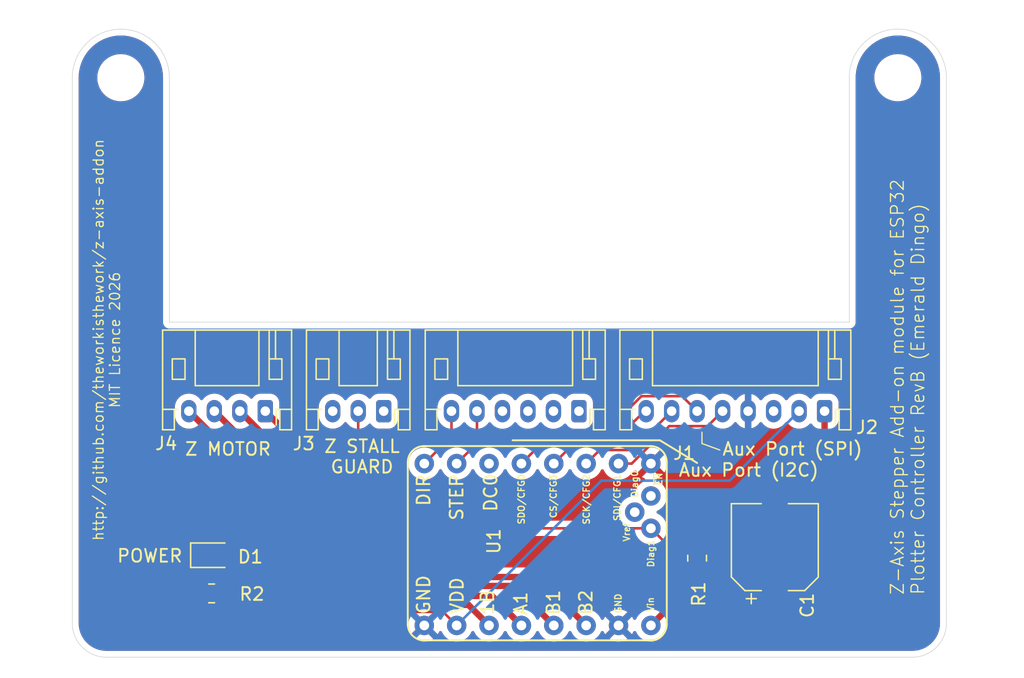
<source format=kicad_pcb>
(kicad_pcb (version 20241229) (generator "pcbnew") (generator_version "9.0")
  (title_block (title "Z Axis Addon") (date "2026-02-21") (rev "A"))
  (layers (0 "F.Cu" signal) (2 "B.Cu" signal) (13 "F.Paste" user) (15 "B.Paste" user) (5 "F.SilkS" user "F.Silkscreen") (7 "B.SilkS" user "B.Silkscreen") (1 "F.Mask" user) (3 "B.Mask" user) (25 "Edge.Cuts" user))
  (net 0 "")
  (net 2 "/DIR")
  (net 3 "/STEP")
  (net 7 "/3v3")
  (net 8 "/MISO")
  (net 9 "/Vin")
  (net 10 "/SCK")
  (net 12 "/MOSI")
  (net 13 "/GND")
  (net 15 "/STALLGUARD")
  (net 17 "/1B")
  (net 18 "/1A")
  (net 19 "/2A")
  (net 20 "/2B")
  (net 21 "/CS")
  (net 24 "Net-(D1-A)")
  (footprint "Capacitor_SMD:CP_Elec_6.3x5.7" (layer "F.Cu") (at 207.772 130.302 90)
    (property "Reference" "C1" (at -4.572 2.54 90) (layer "F.SilkS"))
    (property "Value" "C_Polarized")
    (fp_line (start 3.41 -3.41) (end 3.41 -1.06) (stroke (width 0.12)) (layer "F.SilkS"))
    (fp_line (start -2.345563 -3.41) (end 3.41 -3.41) (stroke (width 0.12)) (layer "F.SilkS"))
    (fp_line (start -3.41 -2.345563) (end -2.345563 -3.41) (stroke (width 0.12)) (layer "F.SilkS"))
    (fp_line (start -3.41 -2.345563) (end -3.41 -1.06) (stroke (width 0.12)) (layer "F.SilkS"))
    (fp_line (start -4.04375 -2.24125) (end -4.04375 -1.45375) (stroke (width 0.12)) (layer "F.SilkS"))
    (fp_line (start -4.4375 -1.8475) (end -3.65 -1.8475) (stroke (width 0.12)) (layer "F.SilkS"))
    (fp_line (start -3.41 2.345563) (end -3.41 1.06) (stroke (width 0.12)) (layer "F.SilkS"))
    (fp_line (start -3.41 2.345563) (end -2.345563 3.41) (stroke (width 0.12)) (layer "F.SilkS"))
    (fp_line (start 3.41 3.41) (end 3.41 1.06) (stroke (width 0.12)) (layer "F.SilkS"))
    (fp_line (start -2.345563 3.41) (end 3.41 3.41) (stroke (width 0.12)) (layer "F.SilkS"))
    (pad "1" smd roundrect (at -2.7 0 90) (size 3.5 1.6) (layers "F.Cu" "F.Mask" "F.Paste") (roundrect_rratio 0.15625) (net 9 "/Vin"))
    (pad "2" smd roundrect (at 2.7 0 90) (size 3.5 1.6) (layers "F.Cu" "F.Mask" "F.Paste") (roundrect_rratio 0.15625) (net 13 "/GND"))
  )
  (footprint "MountingHole:MountingHole_3.2mm_M3" (layer "F.Cu") (at 217.424 93.472)
    (property "Reference" "H3" (hide yes))
    (property "Value" "MountingHole_3.2mm_M3")
    (pad "" np_thru_hole circle (at 0 0) (size 3.2 3.2) (drill 3.2) (layers "*.Cu" "*.Mask"))
  )
  (footprint "Resistor_SMD:R_0805_2012Metric" (layer "F.Cu") (at 163.5845 133.932)
    (property "Reference" "R2" (at 3.1665 0.053 0) (layer "F.SilkS"))
    (property "Value" "R")
    (fp_line (start -0.227064 -0.735) (end 0.227064 -0.735) (stroke (width 0.12)) (layer "F.SilkS"))
    (fp_line (start -0.227064 0.735) (end 0.227064 0.735) (stroke (width 0.12)) (layer "F.SilkS"))
    (pad "1" smd roundrect (at -0.9125 0) (size 1.025 1.4) (layers "F.Cu" "F.Mask" "F.Paste") (roundrect_rratio 0.243902) (net 7 "/3v3"))
    (pad "2" smd roundrect (at 0.9125 0) (size 1.025 1.4) (layers "F.Cu" "F.Mask" "F.Paste") (roundrect_rratio 0.243902) (net 24 "Net-(D1-A)"))
  )
  (footprint "LED_SMD:LED_0805_2012Metric" (layer "F.Cu") (at 163.6245 130.937)
    (property "Reference" "D1" (at 2.9995 0.127 0) (layer "F.SilkS"))
    (property "Value" "LED")
    (fp_line (start -1.685 -0.96) (end -1.685 0.96) (stroke (width 0.12)) (layer "F.SilkS"))
    (fp_line (start -1.685 0.96) (end 1 0.96) (stroke (width 0.12)) (layer "F.SilkS"))
    (fp_line (start 1 -0.96) (end -1.685 -0.96) (stroke (width 0.12)) (layer "F.SilkS"))
    (pad "1" smd roundrect (at -0.9375 0) (size 0.975 1.4) (layers "F.Cu" "F.Mask" "F.Paste") (net 13 "/GND"))
    (pad "2" smd roundrect (at 0.9375 0) (size 0.975 1.4) (layers "F.Cu" "F.Mask" "F.Paste") (net 24 "Net-(D1-A)"))
  )
  (footprint "Connector_JST:JST_PH_S6B-PH-K_1x06_P2.00mm_Horizontal" (layer "F.Cu") (at 192.404 119.634 180)
    (property "Reference" "J1" (at -8.256 -3.302 0) (layer "F.SilkS"))
    (property "Value" "Conn_01x06_Socket")
    (fp_line (start 12.06 6.36) (end 12.06 -1.46) (stroke (width 0.12)) (layer "F.SilkS"))
    (fp_line (start 12.06 0.14) (end 11.14 0.14) (stroke (width 0.12)) (layer "F.SilkS"))
    (fp_line (start 12.06 -1.46) (end 11.14 -1.46) (stroke (width 0.12)) (layer "F.SilkS"))
    (fp_line (start 11.14 0.14) (end 10.86 0.14) (stroke (width 0.12)) (layer "F.SilkS"))
    (fp_line (start 11.14 -1.46) (end 11.14 0.14) (stroke (width 0.12)) (layer "F.SilkS"))
    (fp_line (start 9.5 2) (end 9.5 6.36) (stroke (width 0.12)) (layer "F.SilkS"))
    (fp_line (start 0.5 6.36) (end 0.5 2) (stroke (width 0.12)) (layer "F.SilkS"))
    (fp_line (start 0.5 2) (end 9.5 2) (stroke (width 0.12)) (layer "F.SilkS"))
    (fp_line (start -0.3 4.1) (end -0.3 6.36) (stroke (width 0.12)) (layer "F.SilkS"))
    (fp_line (start -0.8 4.1) (end -0.8 6.36) (stroke (width 0.12)) (layer "F.SilkS"))
    (fp_line (start -0.86 0.14) (end -0.86 -1.075) (stroke (width 0.12)) (layer "F.SilkS"))
    (fp_line (start -0.86 0.14) (end -1.14 0.14) (stroke (width 0.12)) (layer "F.SilkS"))
    (fp_line (start -1.14 0.14) (end -1.14 -1.46) (stroke (width 0.12)) (layer "F.SilkS"))
    (fp_line (start -1.14 -1.46) (end -2.06 -1.46) (stroke (width 0.12)) (layer "F.SilkS"))
    (fp_line (start -2.06 6.36) (end 12.06 6.36) (stroke (width 0.12)) (layer "F.SilkS"))
    (fp_line (start -2.06 0.14) (end -1.14 0.14) (stroke (width 0.12)) (layer "F.SilkS"))
    (fp_line (start -2.06 -1.46) (end -2.06 6.36) (stroke (width 0.12)) (layer "F.SilkS"))
    (fp_rect (start 10.3 2.5) (end 11.3 4.1) (stroke (width 0.12)) (fill no) (layer "F.SilkS"))
    (fp_rect (start -1.3 2.5) (end -0.3 4.1) (stroke (width 0.12)) (fill no) (layer "F.SilkS"))
    (pad "1" thru_hole roundrect (at 0 0 180) (size 1.2 1.75) (drill 0.75) (layers "*.Cu" "*.Mask") (roundrect_rratio 0.208333))
    (pad "2" thru_hole oval (at 2 0 180) (size 1.2 1.75) (drill 0.75) (layers "*.Cu" "*.Mask"))
    (pad "3" thru_hole oval (at 4 0 180) (size 1.2 1.75) (drill 0.75) (layers "*.Cu" "*.Mask"))
    (pad "4" thru_hole oval (at 6 0 180) (size 1.2 1.75) (drill 0.75) (layers "*.Cu" "*.Mask"))
    (pad "5" thru_hole oval (at 8 0 180) (size 1.2 1.75) (drill 0.75) (layers "*.Cu" "*.Mask") (net 3 "/STEP"))
    (pad "6" thru_hole oval (at 10 0 180) (size 1.2 1.75) (drill 0.75) (layers "*.Cu" "*.Mask") (net 2 "/DIR"))
  )
  (footprint "custom:StepstickTMCv2" (layer "F.Cu") (at 198.0504 123.7466 -90)
    (property "Reference" "U1" (at 6.096 12.319 90) (layer "F.SilkS"))
    (property "Value" "TMC2130")
    (fp_line (start 12.5984 19.0754) (end -0.1016 19.0754) (stroke (width 0.15)) (layer "F.SilkS"))
    (fp_line (start 13.8684 17.8054) (end 13.8684 0.0254) (stroke (width 0.15)) (layer "F.SilkS"))
    (fp_line (start -1.3716 0.0254) (end -1.3716 17.8054) (stroke (width 0.15)) (layer "F.SilkS"))
    (fp_line (start 12.5984 -1.2446) (end -0.1016 -1.2446) (stroke (width 0.15)) (layer "F.SilkS"))
    (fp_arc (start -0.1016 19.0754) (mid -0.999626 18.703426) (end -1.3716 17.8054) (stroke (width 0.15)) (layer "F.SilkS"))
    (fp_arc (start 13.8684 17.8054) (mid 13.496426 18.703426) (end 12.5984 19.0754) (stroke (width 0.15)) (layer "F.SilkS"))
    (fp_arc (start -1.3716 0.0254) (mid -0.999626 -0.872626) (end -0.1016 -1.2446) (stroke (width 0.15)) (layer "F.SilkS"))
    (fp_arc (start 12.5984 -1.2446) (mid 13.496426 -0.872626) (end 13.8684 0.0254) (stroke (width 0.15)) (layer "F.SilkS"))
    (fp_text user "DC0" (at 2.286 12.573 90) (layer "F.SilkS"))
    (fp_text user "A1" (at 10.9728 10.2108 90) (layer "F.SilkS"))
    (fp_text user "Diag1" (at 7.0612 0 90) (layer "F.SilkS") (effects (font (size 0.5 0.5) (thickness 0.1))))
    (fp_text user "B2" (at 10.8966 5.1054 90) (layer "F.SilkS"))
    (fp_text user "Diag0" (at 1.6002 1.27 90) (layer "F.SilkS") (effects (font (size 0.5 0.5) (thickness 0.1))))
    (fp_text user "Vin" (at 11.049 0.0254 90) (layer "F.SilkS") (effects (font (size 0.5 0.5) (thickness 0.1))))
    (fp_text user "CS/CFG3" (at 2.5654 7.6454 90) (layer "F.SilkS") (effects (font (size 0.5 0.5) (thickness 0.1))))
    (fp_text user "SDO/CFG0" (at 2.794 10.16 90) (layer "F.SilkS") (effects (font (size 0.5 0.5) (thickness 0.1))))
    (fp_text user "VDD" (at 10.3632 15.2146 90) (layer "F.SilkS"))
    (fp_text user "GND" (at 10.9728 2.5654 90) (layer "F.SilkS") (effects (font (size 0.5 0.5) (thickness 0.1))))
    (fp_text user "1B" (at 10.8966 12.827 90) (layer "F.SilkS"))
    (fp_text user "~{EN}" (at 1.2192 -0.635 90) (layer "F.SilkS") (effects (font (size 0.5 0.5) (thickness 0.1))))
    (fp_text user "GND" (at 10.287 17.8308 90) (layer "F.SilkS"))
    (fp_text user "STEP" (at 2.6416 15.24 90) (layer "F.SilkS"))
    (fp_text user "DIR" (at 2.0828 17.8308 90) (layer "F.SilkS"))
    (fp_text user "Vref" (at 5.3848 1.905 90) (layer "F.SilkS") (effects (font (size 0.5 0.5) (thickness 0.1))))
    (fp_text user "SCK/CFG2" (at 2.8194 5.0546 90) (layer "F.SilkS") (effects (font (size 0.5 0.5) (thickness 0.1))))
    (fp_text user "SDI/CFG1" (at 2.667 2.6416 90) (layer "F.SilkS") (effects (font (size 0.5 0.5) (thickness 0.1))))
    (fp_text user "B1" (at 10.8966 7.6454 90) (layer "F.SilkS"))
    (pad "1" thru_hole circle (at 0 0 90) (size 1.524 1.524) (drill 0.762) (layers "*.Cu" "*.Mask") (net 13 "/GND"))
    (pad "2" thru_hole circle (at 0 2.54 90) (size 1.524 1.524) (drill 0.762) (layers "*.Cu" "*.Mask") (net 12 "/MOSI"))
    (pad "3" thru_hole circle (at 0 5.08 90) (size 1.524 1.524) (drill 0.762) (layers "*.Cu" "*.Mask") (net 10 "/SCK"))
    (pad "4" thru_hole circle (at 0 7.62 90) (size 1.524 1.524) (drill 0.762) (layers "*.Cu" "*.Mask") (net 21 "/CS"))
    (pad "5" thru_hole circle (at 0 10.16 90) (size 1.524 1.524) (drill 0.762) (layers "*.Cu" "*.Mask") (net 8 "/MISO"))
    (pad "6" thru_hole circle (at 0 12.7 90) (size 1.524 1.524) (drill 0.762) (layers "*.Cu" "*.Mask"))
    (pad "7" thru_hole circle (at 0 15.24 90) (size 1.524 1.524) (drill 0.762) (layers "*.Cu" "*.Mask") (net 3 "/STEP"))
    (pad "8" thru_hole circle (at 0 17.78 90) (size 1.524 1.524) (drill 0.762) (layers "*.Cu" "*.Mask") (net 2 "/DIR"))
    (pad "9" thru_hole circle (at 12.7 17.78 90) (size 1.524 1.524) (drill 0.762) (layers "*.Cu" "*.Mask") (net 13 "/GND"))
    (pad "10" thru_hole circle (at 12.7 15.24 90) (size 1.524 1.524) (drill 0.762) (layers "*.Cu" "*.Mask") (net 7 "/3v3"))
    (pad "11" thru_hole circle (at 12.7 12.7 90) (size 1.524 1.524) (drill 0.762) (layers "*.Cu" "*.Mask") (net 17 "/1B"))
    (pad "12" thru_hole circle (at 12.7 10.16 90) (size 1.524 1.524) (drill 0.762) (layers "*.Cu" "*.Mask") (net 18 "/1A"))
    (pad "13" thru_hole circle (at 12.7 7.62 90) (size 1.524 1.524) (drill 0.762) (layers "*.Cu" "*.Mask") (net 19 "/2A"))
    (pad "14" thru_hole circle (at 12.7 5.08 90) (size 1.524 1.524) (drill 0.762) (layers "*.Cu" "*.Mask") (net 20 "/2B"))
    (pad "15" thru_hole circle (at 12.7 2.54 90) (size 1.524 1.524) (drill 0.762) (layers "*.Cu" "*.Mask") (net 13 "/GND"))
    (pad "16" thru_hole circle (at 12.7 0 90) (size 1.524 1.524) (drill 0.762) (layers "*.Cu" "*.Mask") (net 9 "/Vin"))
    (pad "17" thru_hole circle (at 2.54 0 90) (size 1.524 1.524) (drill 0.762) (layers "*.Cu" "*.Mask"))
    (pad "18" thru_hole circle (at 5.08 0 90) (size 1.524 1.524) (drill 0.762) (layers "*.Cu" "*.Mask") (net 15 "/STALLGUARD"))
    (pad "19" thru_hole circle (at 3.81 1.27 90) (size 1.524 1.524) (drill 0.762) (layers "*.Cu" "*.Mask"))
  )
  (footprint "Connector_JST:JST_PH_S3B-PH-K_1x03_P2.00mm_Horizontal" (layer "F.Cu") (at 177.085 119.634 180)
    (property "Reference" "J3" (at 6.27 -2.55 0) (layer "F.SilkS"))
    (property "Value" "Conn_01x03_Socket")
    (fp_line (start 6.06 6.36) (end 6.06 -1.46) (stroke (width 0.12)) (layer "F.SilkS"))
    (fp_line (start 6.06 0.14) (end 5.14 0.14) (stroke (width 0.12)) (layer "F.SilkS"))
    (fp_line (start 6.06 -1.46) (end 5.14 -1.46) (stroke (width 0.12)) (layer "F.SilkS"))
    (fp_line (start 5.14 0.14) (end 4.86 0.14) (stroke (width 0.12)) (layer "F.SilkS"))
    (fp_line (start 5.14 -1.46) (end 5.14 0.14) (stroke (width 0.12)) (layer "F.SilkS"))
    (fp_line (start 3.5 2) (end 3.5 6.36) (stroke (width 0.12)) (layer "F.SilkS"))
    (fp_line (start 0.5 6.36) (end 0.5 2) (stroke (width 0.12)) (layer "F.SilkS"))
    (fp_line (start 0.5 2) (end 3.5 2) (stroke (width 0.12)) (layer "F.SilkS"))
    (fp_line (start -0.3 4.1) (end -0.3 6.36) (stroke (width 0.12)) (layer "F.SilkS"))
    (fp_line (start -0.8 4.1) (end -0.8 6.36) (stroke (width 0.12)) (layer "F.SilkS"))
    (fp_line (start -0.86 0.14) (end -0.86 -1.075) (stroke (width 0.12)) (layer "F.SilkS"))
    (fp_line (start -0.86 0.14) (end -1.14 0.14) (stroke (width 0.12)) (layer "F.SilkS"))
    (fp_line (start -1.14 0.14) (end -1.14 -1.46) (stroke (width 0.12)) (layer "F.SilkS"))
    (fp_line (start -1.14 -1.46) (end -2.06 -1.46) (stroke (width 0.12)) (layer "F.SilkS"))
    (fp_line (start -2.06 6.36) (end 6.06 6.36) (stroke (width 0.12)) (layer "F.SilkS"))
    (fp_line (start -2.06 0.14) (end -1.14 0.14) (stroke (width 0.12)) (layer "F.SilkS"))
    (fp_line (start -2.06 -1.46) (end -2.06 6.36) (stroke (width 0.12)) (layer "F.SilkS"))
    (fp_rect (start 4.3 2.5) (end 5.3 4.1) (stroke (width 0.12)) (fill no) (layer "F.SilkS"))
    (fp_rect (start -1.3 2.5) (end -0.3 4.1) (stroke (width 0.12)) (fill no) (layer "F.SilkS"))
    (pad "1" thru_hole roundrect (at 0 0 180) (size 1.2 1.75) (drill 0.75) (layers "*.Cu" "*.Mask") (roundrect_rratio 0.208333))
    (pad "2" thru_hole oval (at 2 0 180) (size 1.2 1.75) (drill 0.75) (layers "*.Cu" "*.Mask") (net 15 "/STALLGUARD"))
    (pad "3" thru_hole oval (at 4 0 180) (size 1.2 1.75) (drill 0.75) (layers "*.Cu" "*.Mask"))
  )
  (footprint "Connector_JST:JST_PH_S8B-PH-K_1x08_P2.00mm_Horizontal" (layer "F.Cu") (at 211.676 119.634 180)
    (property "Reference" "J2" (at -3.335 -1.27 180) (layer "F.SilkS"))
    (property "Value" "Conn_01x08_Socket")
    (fp_line (start 16.06 6.36) (end 16.06 -1.46) (stroke (width 0.12)) (layer "F.SilkS"))
    (fp_line (start 16.06 0.14) (end 15.14 0.14) (stroke (width 0.12)) (layer "F.SilkS"))
    (fp_line (start 16.06 -1.46) (end 15.14 -1.46) (stroke (width 0.12)) (layer "F.SilkS"))
    (fp_line (start 15.14 0.14) (end 14.86 0.14) (stroke (width 0.12)) (layer "F.SilkS"))
    (fp_line (start 15.14 -1.46) (end 15.14 0.14) (stroke (width 0.12)) (layer "F.SilkS"))
    (fp_line (start 13.5 2) (end 13.5 6.36) (stroke (width 0.12)) (layer "F.SilkS"))
    (fp_line (start 0.5 6.36) (end 0.5 2) (stroke (width 0.12)) (layer "F.SilkS"))
    (fp_line (start 0.5 2) (end 13.5 2) (stroke (width 0.12)) (layer "F.SilkS"))
    (fp_line (start -0.3 4.1) (end -0.3 6.36) (stroke (width 0.12)) (layer "F.SilkS"))
    (fp_line (start -0.8 4.1) (end -0.8 6.36) (stroke (width 0.12)) (layer "F.SilkS"))
    (fp_line (start -0.86 0.14) (end -0.86 -1.075) (stroke (width 0.12)) (layer "F.SilkS"))
    (fp_line (start -0.86 0.14) (end -1.14 0.14) (stroke (width 0.12)) (layer "F.SilkS"))
    (fp_line (start -1.14 0.14) (end -1.14 -1.46) (stroke (width 0.12)) (layer "F.SilkS"))
    (fp_line (start -1.14 -1.46) (end -2.06 -1.46) (stroke (width 0.12)) (layer "F.SilkS"))
    (fp_line (start -2.06 6.36) (end 16.06 6.36) (stroke (width 0.12)) (layer "F.SilkS"))
    (fp_line (start -2.06 0.14) (end -1.14 0.14) (stroke (width 0.12)) (layer "F.SilkS"))
    (fp_line (start -2.06 -1.46) (end -2.06 6.36) (stroke (width 0.12)) (layer "F.SilkS"))
    (fp_rect (start 14.3 2.5) (end 15.3 4.1) (stroke (width 0.12)) (fill no) (layer "F.SilkS"))
    (fp_rect (start -1.3 2.5) (end -0.3 4.1) (stroke (width 0.12)) (fill no) (layer "F.SilkS"))
    (pad "1" thru_hole roundrect (at 0 0 180) (size 1.2 1.75) (drill 0.75) (layers "*.Cu" "*.Mask") (roundrect_rratio 0.208333) (net 9 "/Vin"))
    (pad "2" thru_hole oval (at 2 0 180) (size 1.2 1.75) (drill 0.75) (layers "*.Cu" "*.Mask") (net 7 "/3v3"))
    (pad "3" thru_hole oval (at 4 0 180) (size 1.2 1.75) (drill 0.75) (layers "*.Cu" "*.Mask"))
    (pad "4" thru_hole oval (at 6 0 180) (size 1.2 1.75) (drill 0.75) (layers "*.Cu" "*.Mask") (net 13 "/GND"))
    (pad "5" thru_hole oval (at 8 0 180) (size 1.2 1.75) (drill 0.75) (layers "*.Cu" "*.Mask") (net 12 "/MOSI"))
    (pad "6" thru_hole oval (at 10 0 180) (size 1.2 1.75) (drill 0.75) (layers "*.Cu" "*.Mask") (net 8 "/MISO"))
    (pad "7" thru_hole oval (at 12 0 180) (size 1.2 1.75) (drill 0.75) (layers "*.Cu" "*.Mask") (net 10 "/SCK"))
    (pad "8" thru_hole oval (at 14 0 180) (size 1.2 1.75) (drill 0.75) (layers "*.Cu" "*.Mask") (net 21 "/CS"))
  )
  (footprint "Connector_JST:JST_PH_S4B-PH-K_1x04_P2.00mm_Horizontal" (layer "F.Cu") (at 167.798 119.634 180)
    (property "Reference" "J4" (at 7.778 -2.54 0) (layer "F.SilkS"))
    (property "Value" "Conn_01x04_Socket")
    (fp_line (start 8.06 6.36) (end 8.06 -1.46) (stroke (width 0.12)) (layer "F.SilkS"))
    (fp_line (start 8.06 0.14) (end 7.14 0.14) (stroke (width 0.12)) (layer "F.SilkS"))
    (fp_line (start 8.06 -1.46) (end 7.14 -1.46) (stroke (width 0.12)) (layer "F.SilkS"))
    (fp_line (start 7.14 0.14) (end 6.86 0.14) (stroke (width 0.12)) (layer "F.SilkS"))
    (fp_line (start 7.14 -1.46) (end 7.14 0.14) (stroke (width 0.12)) (layer "F.SilkS"))
    (fp_line (start 5.5 2) (end 5.5 6.36) (stroke (width 0.12)) (layer "F.SilkS"))
    (fp_line (start 0.5 6.36) (end 0.5 2) (stroke (width 0.12)) (layer "F.SilkS"))
    (fp_line (start 0.5 2) (end 5.5 2) (stroke (width 0.12)) (layer "F.SilkS"))
    (fp_line (start -0.3 4.1) (end -0.3 6.36) (stroke (width 0.12)) (layer "F.SilkS"))
    (fp_line (start -0.8 4.1) (end -0.8 6.36) (stroke (width 0.12)) (layer "F.SilkS"))
    (fp_line (start -0.86 0.14) (end -0.86 -1.075) (stroke (width 0.12)) (layer "F.SilkS"))
    (fp_line (start -0.86 0.14) (end -1.14 0.14) (stroke (width 0.12)) (layer "F.SilkS"))
    (fp_line (start -1.14 0.14) (end -1.14 -1.46) (stroke (width 0.12)) (layer "F.SilkS"))
    (fp_line (start -1.14 -1.46) (end -2.06 -1.46) (stroke (width 0.12)) (layer "F.SilkS"))
    (fp_line (start -2.06 6.36) (end 8.06 6.36) (stroke (width 0.12)) (layer "F.SilkS"))
    (fp_line (start -2.06 0.14) (end -1.14 0.14) (stroke (width 0.12)) (layer "F.SilkS"))
    (fp_line (start -2.06 -1.46) (end -2.06 6.36) (stroke (width 0.12)) (layer "F.SilkS"))
    (fp_rect (start 6.3 2.5) (end 7.3 4.1) (stroke (width 0.12)) (fill no) (layer "F.SilkS"))
    (fp_rect (start -1.3 2.5) (end -0.3 4.1) (stroke (width 0.12)) (fill no) (layer "F.SilkS"))
    (pad "1" thru_hole roundrect (at 0 0 180) (size 1.2 1.75) (drill 0.75) (layers "*.Cu" "*.Mask") (roundrect_rratio 0.208333) (net 20 "/2B"))
    (pad "2" thru_hole oval (at 2 0 180) (size 1.2 1.75) (drill 0.75) (layers "*.Cu" "*.Mask") (net 19 "/2A"))
    (pad "3" thru_hole oval (at 4 0 180) (size 1.2 1.75) (drill 0.75) (layers "*.Cu" "*.Mask") (net 18 "/1A"))
    (pad "4" thru_hole oval (at 6 0 180) (size 1.2 1.75) (drill 0.75) (layers "*.Cu" "*.Mask") (net 17 "/1B"))
  )
  (footprint "Resistor_SMD:R_0805_2012Metric" (layer "F.Cu") (at 201.676 131.1675 90)
    (property "Reference" "R1" (at -2.8175 0.127 90) (layer "F.SilkS"))
    (property "Value" "R")
    (fp_line (start -0.227064 -0.735) (end 0.227064 -0.735) (stroke (width 0.12)) (layer "F.SilkS"))
    (fp_line (start -0.227064 0.735) (end 0.227064 0.735) (stroke (width 0.12)) (layer "F.SilkS"))
    (pad "1" smd roundrect (at -0.9125 0 90) (size 1.025 1.4) (layers "F.Cu" "F.Mask" "F.Paste") (roundrect_rratio 0.243902) (net 9 "/Vin"))
    (pad "2" smd roundrect (at 0.9125 0 90) (size 1.025 1.4) (layers "F.Cu" "F.Mask" "F.Paste") (roundrect_rratio 0.243902) (net 15 "/STALLGUARD"))
  )
  (footprint "MountingHole:MountingHole_3.2mm_M3" (layer "F.Cu") (at 156.464 93.472)
    (property "Reference" "H4" (hide yes))
    (property "Value" "MountingHole_3.2mm_M3")
    (pad "" np_thru_hole circle (at 0 0) (size 3.2 3.2) (drill 3.2) (layers "*.Cu" "*.Mask"))
  )
  (gr_line (start 203.454 122.682) (end 202.057 122.174) (stroke (width 0.1)) (layer "F.SilkS"))
  (gr_line (start 202.057 122.174) (end 202.057 121.285) (stroke (width 0.1)) (layer "F.SilkS"))
  (gr_line (start 198.755 121.92) (end 187.198 121.92) (stroke (width 0.15)) (layer "F.SilkS"))
  (gr_line (start 201.676 123.698) (end 198.755 121.92) (stroke (width 0.15)) (layer "F.SilkS"))
  (gr_line (start 221.233999 93.472) (end 221.234 103.505) (stroke (width 0.05)) (layer "Edge.Cuts"))
  (gr_arc (start 221.234 136.271) (mid 220.452854 138.156854) (end 218.567 138.938) (stroke (width 0.05)) (layer "Edge.Cuts"))
  (gr_line (start 221.234 136.271) (end 221.234 135.382) (stroke (width 0.05)) (layer "Edge.Cuts"))
  (gr_line (start 213.616115 107.95) (end 213.616115 112.649) (stroke (width 0.05)) (layer "Edge.Cuts"))
  (gr_line (start 152.654 135.382) (end 152.654 103.505) (stroke (width 0.05)) (layer "Edge.Cuts"))
  (gr_line (start 152.654 136.271) (end 152.654 135.382) (stroke (width 0.05)) (layer "Edge.Cuts"))
  (gr_arc (start 213.616115 93.59893) (mid 217.360526 89.662529) (end 221.234 93.472) (stroke (width 0.05)) (layer "Edge.Cuts"))
  (gr_line (start 218.567 138.938) (end 199.39 138.938) (stroke (width 0.05)) (layer "Edge.Cuts"))
  (gr_line (start 221.234 135.382) (end 221.234 128.397) (stroke (width 0.05)) (layer "Edge.Cuts"))
  (gr_line (start 160.274 112.649) (end 160.274 107.95) (stroke (width 0.05)) (layer "Edge.Cuts"))
  (gr_line (start 152.654 93.472) (end 152.654 103.505) (stroke (width 0.05)) (layer "Edge.Cuts"))
  (gr_line (start 221.234 104.775) (end 221.234 103.505) (stroke (width 0.05)) (layer "Edge.Cuts"))
  (gr_line (start 213.616116 103.63193) (end 213.616115 93.59893) (stroke (width 0.05)) (layer "Edge.Cuts"))
  (gr_arc (start 152.654 93.472) (mid 156.464 89.662) (end 160.274 93.472) (stroke (width 0.05)) (layer "Edge.Cuts"))
  (gr_line (start 213.616116 103.63193) (end 213.616115 107.95) (stroke (width 0.05)) (layer "Edge.Cuts"))
  (gr_arc (start 155.321 138.938) (mid 153.435146 138.156854) (end 152.654 136.271) (stroke (width 0.05)) (layer "Edge.Cuts"))
  (gr_line (start 179.578 138.938) (end 155.321 138.938) (stroke (width 0.05)) (layer "Edge.Cuts"))
  (gr_line (start 160.274 103.632) (end 160.274 103.505) (stroke (width 0.05)) (layer "Edge.Cuts"))
  (gr_line (start 199.39 138.938) (end 179.578 138.938) (stroke (width 0.05)) (layer "Edge.Cuts"))
  (gr_line (start 221.234 128.397) (end 221.234 104.775) (stroke (width 0.05)) (layer "Edge.Cuts"))
  (gr_line (start 160.274 103.505) (end 160.274 93.472) (stroke (width 0.05)) (layer "Edge.Cuts"))
  (gr_line (start 213.616115 112.649) (end 160.274 112.649) (stroke (width 0.05)) (layer "Edge.Cuts"))
  (gr_line (start 160.274 107.95) (end 160.274 103.632) (stroke (width 0.05)) (layer "Edge.Cuts"))
  (gr_text "Z-Axis Stepper Add-on module for ESP32 \nPlotter Controller RevB (Emerald Dingo)" (at 219.583 134.112 90) (layer "F.SilkS") (effects (font (size 1 1) (thickness 0.1)) (justify left bottom)))
  (gr_text "Aux Port (SPI)" (at 203.581 123.19 0) (layer "F.SilkS") (effects (font (size 1 1)) (justify left bottom)))
  (gr_text "Z STALL\nGUARD" (at 175.387 124.587 0) (layer "F.SilkS") (effects (font (size 1 1)) (justify bottom)))
  (gr_text "Z MOTOR" (at 161.417 123.19 0) (layer "F.SilkS") (effects (font (size 1 1)) (justify left bottom)))
  (gr_text "http://github.com/theworkisthework/z-axis-addon\nMIT Licence 2026" (at 156.464 114.046 90) (layer "F.SilkS") (effects (font (size 0.8 0.8) (thickness 0.1)) (justify bottom)))
  (gr_text "POWER" (at 156.083 131.572 0) (layer "F.SilkS") (effects (font (size 1 1)) (justify left bottom)))
  (gr_text "Aux Port (I2C)" (at 200.152 124.841 0) (layer "F.SilkS") (effects (font (size 1 1)) (justify left bottom)))
  (segment (start 182.404 121.613) (end 180.2704 123.7466) (width 0.2) (layer "F.Cu") (net 2))
  (segment (start 182.404 119.634) (end 182.404 121.613) (width 0.2) (layer "F.Cu") (net 2))
  (segment (start 184.404 122.153) (end 182.8104 123.7466) (width 0.2) (layer "F.Cu") (net 3))
  (segment (start 184.404 119.634) (end 184.404 122.153) (width 0.2) (layer "F.Cu") (net 3))
  (segment (start 181.7474 135.3836) (end 182.8104 136.4466) (width 0.2) (layer "F.Cu") (net 7))
  (segment (start 164.1236 135.3836) (end 181.7474 135.3836) (width 0.2) (layer "F.Cu") (net 7))
  (segment (start 162.672 133.932) (end 164.1236 135.3836) (width 0.2) (layer "F.Cu") (net 7))
  (segment (start 204.2254 125.0846) (end 194.1724 125.0846) (width 0.2) (layer "B.Cu") (net 7))
  (segment (start 209.676 119.634) (end 204.2254 125.0846) (width 0.2) (layer "B.Cu") (net 7))
  (segment (start 194.1724 125.0846) (end 182.8104 136.4466) (width 0.2) (layer "B.Cu") (net 7))
  (segment (start 200.5 118.458) (end 201.676 119.634) (width 0.2) (layer "F.Cu") (net 8))
  (segment (start 187.8904 123.7466) (end 189.6291 122.0079) (width 0.2) (layer "F.Cu") (net 8))
  (segment (start 197.302794 118.458) (end 200.5 118.458) (width 0.2) (layer "F.Cu") (net 8))
  (segment (start 194.094794 121.666) (end 197.302794 118.458) (width 0.2) (layer "F.Cu") (net 8))
  (segment (start 189.971 121.666) (end 194.094794 121.666) (width 0.2) (layer "F.Cu") (net 8))
  (segment (start 189.6291 122.0079) (end 189.971 121.666) (width 0.2) (layer "F.Cu") (net 8))
  (segment (start 207.772 133.002) (end 206.85 132.08) (width 0.5) (layer "F.Cu") (net 9))
  (segment (start 211.676 129.098) (end 207.772 133.002) (width 0.5) (layer "F.Cu") (net 9))
  (segment (start 201.676 132.08) (end 201.676 132.821) (width 0.5) (layer "F.Cu") (net 9))
  (segment (start 206.85 132.08) (end 201.676 132.08) (width 0.5) (layer "F.Cu") (net 9))
  (segment (start 201.676 132.821) (end 198.0504 136.4466) (width 0.5) (layer "F.Cu") (net 9))
  (segment (start 211.676 119.634) (end 211.676 129.098) (width 0.5) (layer "F.Cu") (net 9))
  (segment (start 192.9704 123.7466) (end 194.0334 122.6836) (width 0.2) (layer "F.Cu") (net 10))
  (segment (start 194.0334 122.6836) (end 196.6264 122.6836) (width 0.2) (layer "F.Cu") (net 10))
  (segment (start 196.6264 122.6836) (end 199.676 119.634) (width 0.2) (layer "F.Cu") (net 10))
  (segment (start 195.5104 123.7466) (end 196.54709 123.7466) (width 0.2) (layer "F.Cu") (net 12))
  (segment (start 199.48369 120.81) (end 202.5 120.81) (width 0.2) (layer "F.Cu") (net 12))
  (segment (start 196.54709 123.7466) (end 199.48369 120.81) (width 0.2) (layer "F.Cu") (net 12))
  (segment (start 202.5 120.81) (end 203.676 119.634) (width 0.2) (layer "F.Cu") (net 12))
  (segment (start 175.085 123.142) (end 175.085 119.634) (width 0.2) (layer "F.Cu") (net 15))
  (segment (start 199.4788 130.255) (end 198.0504 128.8266) (width 0.2) (layer "F.Cu") (net 15))
  (segment (start 201.676 130.255) (end 199.4788 130.255) (width 0.2) (layer "F.Cu") (net 15))
  (segment (start 198.0504 128.8266) (end 180.7696 128.8266) (width 0.2) (layer "F.Cu") (net 15))
  (segment (start 180.7696 128.8266) (end 175.085 123.142) (width 0.2) (layer "F.Cu") (net 15))
  (segment (start 183.7364 134.8326) (end 176.9966 134.8326) (width 0.5) (layer "F.Cu") (net 17))
  (segment (start 176.9966 134.8326) (end 161.798 119.634) (width 0.5) (layer "F.Cu") (net 17))
  (segment (start 185.3504 136.4466) (end 183.7364 134.8326) (width 0.5) (layer "F.Cu") (net 17))
  (segment (start 178.2956 134.1316) (end 163.798 119.634) (width 0.5) (layer "F.Cu") (net 18))
  (segment (start 187.8904 136.4466) (end 185.5754 134.1316) (width 0.5) (layer "F.Cu") (net 18))
  (segment (start 185.5754 134.1316) (end 178.2956 134.1316) (width 0.5) (layer "F.Cu") (net 18))
  (segment (start 180.52115 133.3471) (end 180.519651 133.3456) (width 0.5) (layer "F.Cu") (net 19))
  (segment (start 180.519651 133.3456) (end 179.5096 133.3456) (width 0.5) (layer "F.Cu") (net 19))
  (segment (start 187.3309 133.3471) (end 180.52115 133.3471) (width 0.5) (layer "F.Cu") (net 19))
  (segment (start 165.798 119.634) (end 179.5096 133.3456) (width 0.5) (layer "F.Cu") (net 19))
  (segment (start 190.4304 136.4466) (end 187.3309 133.3471) (width 0.5) (layer "F.Cu") (net 19))
  (segment (start 180.8111 132.6471) (end 167.798 119.634) (width 0.5) (layer "F.Cu") (net 20))
  (segment (start 192.9704 136.4466) (end 189.1709 132.6471) (width 0.5) (layer "F.Cu") (net 20))
  (segment (start 189.1709 132.6471) (end 180.8111 132.6471) (width 0.5) (layer "F.Cu") (net 20))
  (segment (start 195.110685 122.066) (end 192.111 122.066) (width 0.2) (layer "F.Cu") (net 21))
  (segment (start 197.542685 119.634) (end 195.110685 122.066) (width 0.2) (layer "F.Cu") (net 21))
  (segment (start 192.111 122.066) (end 190.4304 123.7466) (width 0.2) (layer "F.Cu") (net 21))
  (segment (start 197.676 119.634) (end 197.542685 119.634) (width 0.2) (layer "F.Cu") (net 21))
  (segment (start 164.562 130.937) (end 164.562 133.867) (width 0.2) (layer "F.Cu") (net 24))
  (segment (start 164.562 133.867) (end 164.497 133.932) (width 0.2) (layer "F.Cu") (net 24))
  (zone (net 13) (net_name "/GND") (layers "F.Cu" "B.Cu") (connect_pads (clearance 0.5)) (min_thickness 0.25) (fill yes (thermal_gap 0.5) (thermal_bridge_width 0.5))
    (polygon (pts (xy 226.187 87.376) (xy 227.33 140.462) (xy 148.336 140.589) (xy 148.463 88.392)))
  )
)
</source>
